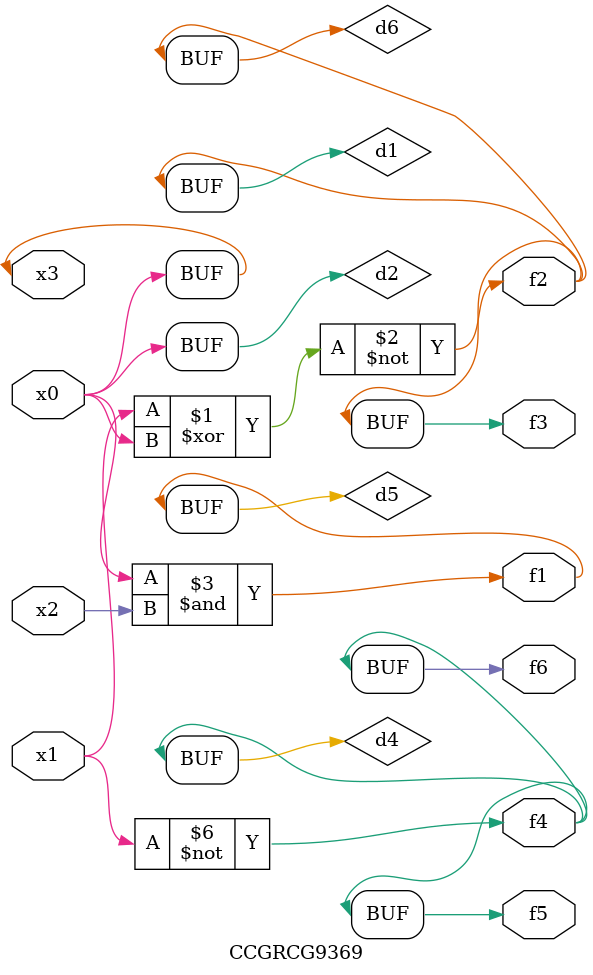
<source format=v>
module CCGRCG9369(
	input x0, x1, x2, x3,
	output f1, f2, f3, f4, f5, f6
);

	wire d1, d2, d3, d4, d5, d6;

	xnor (d1, x1, x3);
	buf (d2, x0, x3);
	nand (d3, x0, x2);
	not (d4, x1);
	nand (d5, d3);
	or (d6, d1);
	assign f1 = d5;
	assign f2 = d6;
	assign f3 = d6;
	assign f4 = d4;
	assign f5 = d4;
	assign f6 = d4;
endmodule

</source>
